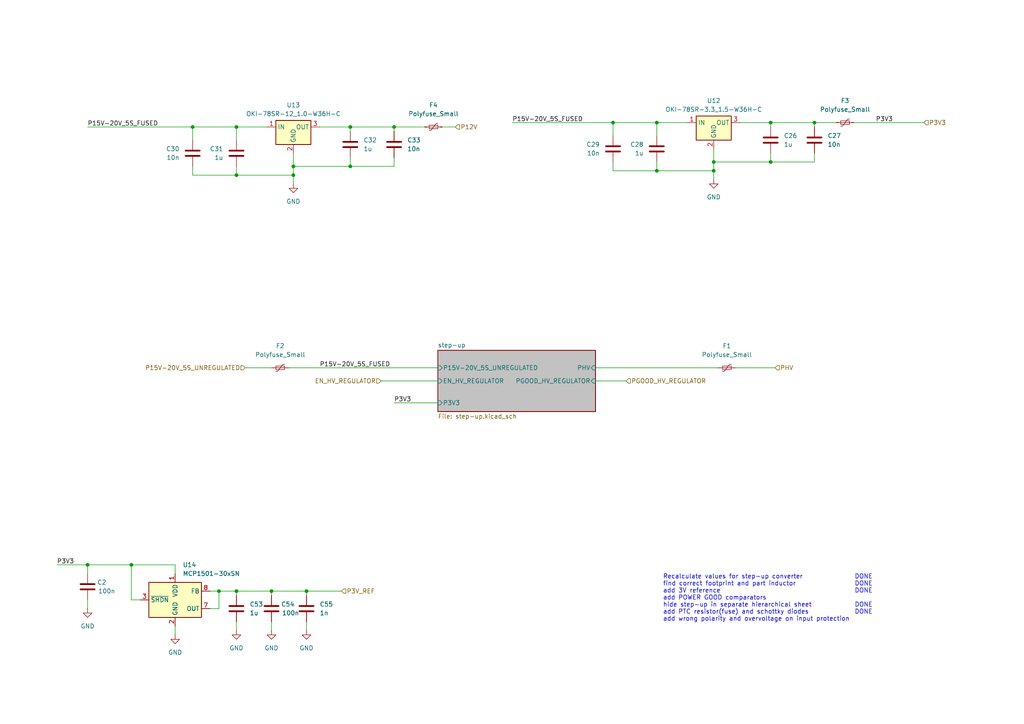
<source format=kicad_sch>
(kicad_sch (version 20231120) (generator "eeschema") (generator_version "8.0")
  (paper "A4")
  (lib_symbols
    (symbol "Converter_DCDC:OKI-78SR-12_1.0-W36H-C"
      (property "Reference" "U" (at -3.81 3.175 0))
      (property "Value" "OKI-78SR-12_1.0-W36H-C" (at 0 3.175 0))
      (symbol "OKI-78SR-12_1.0-W36H-C_0_1"
        (rectangle (start -5.08 1.905) (end 5.08 -5.08) (stroke (width 0.254)) (fill (type background)))
      )
      (symbol "OKI-78SR-12_1.0-W36H-C_1_1"
        (pin power_in line (at -7.62 0 0) (length 2.54) (name "IN") (number "1"))
        (pin power_in line (at 0 -7.62 90) (length 2.54) (name "GND") (number "2"))
        (pin power_out line (at 7.62 0 180) (length 2.54) (name "OUT") (number "3"))
      )
    )
    (symbol "Converter_DCDC:OKI-78SR-3.3_1.5-W36H-C"
      (property "Reference" "U" (at -3.81 3.175 0))
      (property "Value" "OKI-78SR-3.3_1.5-W36H-C" (at 0 3.175 0))
      (symbol "OKI-78SR-3.3_1.5-W36H-C_0_1"
        (rectangle (start -5.08 1.905) (end 5.08 -5.08) (stroke (width 0.254)) (fill (type background)))
      )
      (symbol "OKI-78SR-3.3_1.5-W36H-C_1_1"
        (pin power_in line (at -7.62 0 0) (length 2.54) (name "IN") (number "1"))
        (pin power_in line (at 0 -7.62 90) (length 2.54) (name "GND") (number "2"))
        (pin power_out line (at 7.62 0 180) (length 2.54) (name "OUT") (number "3"))
      )
    )
    (symbol "Device:C" (pin_numbers hide) (pin_names (offset 0.254))
      (property "Reference" "C" (at 0.635 2.54 0))
      (property "Value" "C" (at 0.635 -2.54 0))
      (symbol "C_0_1"
        (polyline (pts (xy -2.032 -0.762) (xy 2.032 -0.762)) (stroke (width 0.508)))
        (polyline (pts (xy -2.032 0.762) (xy 2.032 0.762)) (stroke (width 0.508)))
      )
      (symbol "C_1_1"
        (pin passive line (at 0 3.81 270) (length 2.794) (name "~") (number "1"))
        (pin passive line (at 0 -3.81 90) (length 2.794) (name "~") (number "2"))
      )
    )
    (symbol "Device:Polyfuse_Small" (pin_numbers hide) (pin_names (offset 0))
      (property "Reference" "F" (at -1.905 0 90))
      (property "Value" "Polyfuse_Small" (at 1.905 0 90))
      (symbol "Polyfuse_Small_0_1"
        (rectangle (start -0.508 1.27) (end 0.508 -1.27))
        (polyline (pts (xy 0 2.54) (xy 0 -2.54)))
        (polyline (pts (xy -1.016 1.27) (xy -1.016 0.762) (xy 1.016 -0.762) (xy 1.016 -1.27)))
      )
      (symbol "Polyfuse_Small_1_1"
        (pin passive line (at 0 2.54 270) (length 0.635) (name "~") (number "1"))
        (pin passive line (at 0 -2.54 90) (length 0.635) (name "~") (number "2"))
      )
    )
    (symbol "Reference_Voltage:MCP1501-30xSN"
      (property "Reference" "U" (at -5.08 6.35 0))
      (property "Value" "MCP1501-30xSN" (at 11.43 6.35 0))
      (symbol "MCP1501-30xSN_0_0"
        (pin power_in line (at 0 7.62 270) (length 2.54) (name "VDD") (number "1"))
        (pin power_in line (at 0 -7.62 90) (length 2.54) (name "GND") (number "2"))
        (pin input line (at -10.16 0 0) (length 2.54) (name "~{SHDN}") (number "3"))
        (pin passive line (at 0 -7.62 90) (length 2.54) hide (name "GND") (number "4"))
        (pin passive line (at 0 -7.62 90) (length 2.54) hide (name "GND") (number "5"))
        (pin passive line (at 0 -7.62 90) (length 2.54) hide (name "GND") (number "6"))
        (pin power_out line (at 10.16 -2.54 180) (length 2.54) (name "OUT") (number "7"))
        (pin input line (at 10.16 2.54 180) (length 2.54) (name "FB") (number "8"))
      )
      (symbol "MCP1501-30xSN_0_1"
        (rectangle (start -7.62 5.08) (end 7.62 -5.08) (stroke (width 0.254)) (fill (type background)))
      )
    )
    (symbol "power:GND" (power) (pin_numbers hide) (pin_names (offset 0) hide)
      (property "Value" "GND" (at 0 -3.81 0))
      (symbol "GND_0_1"
        (polyline (pts (xy 0 0) (xy 0 -1.27) (xy 1.27 -1.27) (xy 0 -2.54) (xy -1.27 -1.27) (xy 0 -1.27)))
      )
      (symbol "GND_1_1"
        (pin power_in line (at 0 0 270) (length 0) (name "~") (number "1"))
      )
    )
  )
  (junction (at 63.5 171.45))
  (junction (at 25.4 163.83))
  (junction (at 207.01 49.53))
  (junction (at 207.01 46.99))
  (junction (at 88.9 171.45))
  (junction (at 68.58 36.83))
  (junction (at 223.52 35.56))
  (junction (at 68.58 171.45))
  (junction (at 78.74 171.45))
  (junction (at 236.22 35.56))
  (junction (at 85.09 50.8))
  (junction (at 101.6 48.26))
  (junction (at 101.6 36.83))
  (junction (at 68.58 50.8))
  (junction (at 85.09 48.26))
  (junction (at 114.3 36.83))
  (junction (at 38.1 163.83))
  (junction (at 190.5 35.56))
  (junction (at 177.8 35.56))
  (junction (at 190.5 49.53))
  (junction (at 223.52 46.99))
  (junction (at 55.88 36.83))
  (wire (pts (xy 213.36 106.68) (xy 224.79 106.68)))
  (wire (pts (xy 85.09 53.34) (xy 85.09 50.8)))
  (wire (pts (xy 55.88 50.8) (xy 68.58 50.8)))
  (wire (pts (xy 101.6 36.83) (xy 101.6 38.1)))
  (wire (pts (xy 38.1 163.83) (xy 50.8 163.83)))
  (wire (pts (xy 101.6 36.83) (xy 114.3 36.83)))
  (wire (pts (xy 88.9 171.45) (xy 88.9 172.72)))
  (wire (pts (xy 236.22 35.56) (xy 236.22 36.83)))
  (wire (pts (xy 177.8 46.99) (xy 177.8 49.53)))
  (wire (pts (xy 16.51 163.83) (xy 25.4 163.83)))
  (wire (pts (xy 85.09 48.26) (xy 85.09 50.8)))
  (wire (pts (xy 60.96 176.53) (xy 63.5 176.53)))
  (wire (pts (xy 88.9 171.45) (xy 99.06 171.45)))
  (wire (pts (xy 85.09 48.26) (xy 101.6 48.26)))
  (wire (pts (xy 38.1 173.99) (xy 38.1 163.83)))
  (wire (pts (xy 68.58 36.83) (xy 68.58 40.64)))
  (wire (pts (xy 88.9 180.34) (xy 88.9 182.88)))
  (wire (pts (xy 83.82 106.68) (xy 127 106.68)))
  (wire (pts (xy 25.4 163.83) (xy 38.1 163.83)))
  (wire (pts (xy 236.22 35.56) (xy 242.57 35.56)))
  (wire (pts (xy 78.74 171.45) (xy 88.9 171.45)))
  (wire (pts (xy 68.58 180.34) (xy 68.58 182.88)))
  (wire (pts (xy 110.49 110.49) (xy 127 110.49)))
  (wire (pts (xy 236.22 46.99) (xy 223.52 46.99)))
  (wire (pts (xy 78.74 180.34) (xy 78.74 182.88)))
  (wire (pts (xy 40.64 173.99) (xy 38.1 173.99)))
  (wire (pts (xy 68.58 171.45) (xy 68.58 172.72)))
  (wire (pts (xy 177.8 35.56) (xy 190.5 35.56)))
  (wire (pts (xy 207.01 52.07) (xy 207.01 49.53)))
  (wire (pts (xy 50.8 163.83) (xy 50.8 166.37)))
  (wire (pts (xy 190.5 46.99) (xy 190.5 49.53)))
  (wire (pts (xy 207.01 46.99) (xy 223.52 46.99)))
  (wire (pts (xy 247.65 35.56) (xy 267.97 35.56)))
  (wire (pts (xy 92.71 36.83) (xy 101.6 36.83)))
  (wire (pts (xy 68.58 48.26) (xy 68.58 50.8)))
  (wire (pts (xy 177.8 49.53) (xy 190.5 49.53)))
  (wire (pts (xy 114.3 48.26) (xy 101.6 48.26)))
  (wire (pts (xy 101.6 45.72) (xy 101.6 48.26)))
  (wire (pts (xy 85.09 44.45) (xy 85.09 48.26)))
  (wire (pts (xy 55.88 48.26) (xy 55.88 50.8)))
  (wire (pts (xy 207.01 43.18) (xy 207.01 46.99)))
  (wire (pts (xy 25.4 173.99) (xy 25.4 176.53)))
  (wire (pts (xy 114.3 116.84) (xy 127 116.84)))
  (wire (pts (xy 71.12 106.68) (xy 78.74 106.68)))
  (wire (pts (xy 114.3 45.72) (xy 114.3 48.26)))
  (wire (pts (xy 190.5 35.56) (xy 199.39 35.56)))
  (wire (pts (xy 128.27 36.83) (xy 132.08 36.83)))
  (wire (pts (xy 68.58 36.83) (xy 77.47 36.83)))
  (wire (pts (xy 207.01 49.53) (xy 190.5 49.53)))
  (wire (pts (xy 114.3 36.83) (xy 114.3 38.1)))
  (wire (pts (xy 223.52 44.45) (xy 223.52 46.99)))
  (wire (pts (xy 78.74 171.45) (xy 78.74 172.72)))
  (wire (pts (xy 172.72 110.49) (xy 181.61 110.49)))
  (wire (pts (xy 214.63 35.56) (xy 223.52 35.56)))
  (wire (pts (xy 63.5 171.45) (xy 68.58 171.45)))
  (wire (pts (xy 63.5 176.53) (xy 63.5 171.45)))
  (wire (pts (xy 207.01 46.99) (xy 207.01 49.53)))
  (wire (pts (xy 25.4 36.83) (xy 55.88 36.83)))
  (wire (pts (xy 177.8 35.56) (xy 177.8 39.37)))
  (wire (pts (xy 223.52 35.56) (xy 236.22 35.56)))
  (wire (pts (xy 85.09 50.8) (xy 68.58 50.8)))
  (wire (pts (xy 223.52 35.56) (xy 223.52 36.83)))
  (wire (pts (xy 55.88 36.83) (xy 68.58 36.83)))
  (wire (pts (xy 114.3 36.83) (xy 123.19 36.83)))
  (wire (pts (xy 50.8 181.61) (xy 50.8 184.15)))
  (wire (pts (xy 25.4 163.83) (xy 25.4 166.37)))
  (wire (pts (xy 148.59 35.56) (xy 177.8 35.56)))
  (wire (pts (xy 68.58 171.45) (xy 78.74 171.45)))
  (wire (pts (xy 190.5 35.56) (xy 190.5 39.37)))
  (wire (pts (xy 236.22 44.45) (xy 236.22 46.99)))
  (wire (pts (xy 55.88 36.83) (xy 55.88 40.64)))
  (wire (pts (xy 172.72 106.68) (xy 208.28 106.68)))
  (wire (pts (xy 63.5 171.45) (xy 60.96 171.45)))
  (text "Recalculate values for step-up converter 	DONE\nfind correct footprint and part inductor	DONE\nadd 3V reference							DONE\nadd POWER GOOD comparators 	\nhide step-up in separate hierarchical sheet	DONE\nadd PTC resistor(fuse) and schottky diodes	DONE\nadd wrong polarity and overvoltage on input protection\n\n" (at 192.278 174.498 0) (effects (font (size 1.27 1.27)) (justify left)))
  (label "P15V-20V_5S_FUSED" (at 92.71 106.68 0))
  (label "P15V-20V_5S_FUSED" (at 148.59 35.56 0))
  (label "P3V3" (at 16.51 163.83 0))
  (label "P3V3" (at 114.3 116.84 0))
  (label "P3V3" (at 254 35.56 0))
  (label "P15V-20V_5S_FUSED" (at 25.4 36.83 0))
  (hierarchical_label "P3V_REF" (shape input) (at 99.06 171.45 0))
  (hierarchical_label "PHV" (shape input) (at 224.79 106.68 0))
  (hierarchical_label "P15V-20V_5S_UNREGULATED" (shape input) (at 71.12 106.68 180))
  (hierarchical_label "P12V" (shape input) (at 132.08 36.83 0))
  (hierarchical_label "PGOOD_HV_REGULATOR" (shape input) (at 181.61 110.49 0))
  (hierarchical_label "EN_HV_REGULATOR" (shape input) (at 110.49 110.49 180))
  (hierarchical_label "P3V3" (shape input) (at 267.97 35.56 0))
  (symbol (lib_id "Device:C") (at 78.74 176.53 0) (unit 1)
    (property "Reference" "C54" (at 81.534 175.26 0) (effects (justify left)))
    (property "Value" "100n" (at 81.788 177.8 0) (effects (justify left)))
    (property "Footprint" "Capacitor_SMD:C_0603_1608Metric_Pad1.08x0.95mm_HandSolder" (effects (hide yes)))
    (property "Description" "Unpolarized capacitor" (effects (hide yes)))
  )
  (symbol (lib_id "power:GND") (at 88.9 182.88 0) (unit 1)
    (property "Reference" "#PWR070" (effects (hide yes)))
    (property "Value" "GND" (at 88.9 187.96 0))
    (property "Description" "Power symbol creates a global label with name \"GND\" , ground" (effects (hide yes)))
  )
  (symbol (lib_id "Device:C") (at 236.22 40.64 0) (unit 1)
    (property "Reference" "C27" (at 240.03 39.3699 0) (effects (justify left)))
    (property "Value" "10n" (at 240.03 41.9099 0) (effects (justify left)))
    (property "Footprint" "Capacitor_SMD:C_0603_1608Metric_Pad1.08x0.95mm_HandSolder" (effects (hide yes)))
    (property "Description" "Unpolarized capacitor" (effects (hide yes)))
  )
  (symbol (lib_id "Converter_DCDC:OKI-78SR-12_1.0-W36H-C") (at 85.09 36.83 0) (unit 1)
    (property "Reference" "U13" (at 85.09 30.48 0))
    (property "Value" "OKI-78SR-12_1.0-W36H-C" (at 85.09 33.02 0))
    (property "Footprint" "Converter_DCDC:Converter_DCDC_Murata_OKI-78SR_Horizontal" (effects (hide yes)))
    (property "Datasheet" "https://power.murata.com/data/power/oki-78sr.pdf" (effects (hide yes)))
    (property "Description" "1.0A Step-Down DC/DC-Regulator, 15-36V input, 12V fixed Output Voltage, LM78xx replacement, -40°C to +85°C, OKI-78SR_Horizontal" (effects (hide yes)))
  )
  (symbol (lib_id "Device:C") (at 114.3 41.91 0) (unit 1)
    (property "Reference" "C33" (at 118.11 40.6399 0) (effects (justify left)))
    (property "Value" "10n" (at 118.11 43.1799 0) (effects (justify left)))
    (property "Footprint" "Capacitor_SMD:C_0603_1608Metric_Pad1.08x0.95mm_HandSolder" (effects (hide yes)))
    (property "Description" "Unpolarized capacitor" (effects (hide yes)))
  )
  (symbol (lib_id "Device:C") (at 68.58 176.53 180) (unit 1)
    (property "Reference" "C53" (at 72.39 175.2599 0) (effects (justify right)))
    (property "Value" "1u" (at 72.39 177.7999 0) (effects (justify right)))
    (property "Footprint" "Capacitor_SMD:C_0805_2012Metric_Pad1.18x1.45mm_HandSolder" (effects (hide yes)))
    (property "Description" "Unpolarized capacitor" (effects (hide yes)))
  )
  (symbol (lib_id "Device:Polyfuse_Small") (at 245.11 35.56 90) (unit 1)
    (property "Reference" "F3" (at 245.11 29.21 90))
    (property "Value" "Polyfuse_Small" (at 245.11 31.75 90))
    (property "Description" "Resettable fuse, polymeric positive temperature coefficient, small symbol" (effects (hide yes)))
  )
  (symbol (lib_id "Device:C") (at 190.5 43.18 0) (mirror x) (unit 1)
    (property "Reference" "C28" (at 186.69 41.9099 0) (effects (justify right)))
    (property "Value" "1u" (at 186.69 44.4499 0) (effects (justify right)))
    (property "Footprint" "Capacitor_SMD:C_0805_2012Metric_Pad1.18x1.45mm_HandSolder" (effects (hide yes)))
    (property "Description" "Unpolarized capacitor" (effects (hide yes)))
  )
  (symbol (lib_id "power:GND") (at 78.74 182.88 0) (unit 1)
    (property "Reference" "#PWR069" (effects (hide yes)))
    (property "Value" "GND" (at 78.74 187.96 0))
    (property "Description" "Power symbol creates a global label with name \"GND\" , ground" (effects (hide yes)))
  )
  (symbol (lib_id "Device:C") (at 177.8 43.18 0) (mirror y) (unit 1)
    (property "Reference" "C29" (at 173.99 41.9099 0) (effects (justify left)))
    (property "Value" "10n" (at 173.99 44.4499 0) (effects (justify left)))
    (property "Footprint" "Capacitor_SMD:C_0603_1608Metric_Pad1.08x0.95mm_HandSolder" (effects (hide yes)))
    (property "Description" "Unpolarized capacitor" (effects (hide yes)))
  )
  (symbol (lib_id "Device:C") (at 101.6 41.91 180) (unit 1)
    (property "Reference" "C32" (at 105.41 40.6399 0) (effects (justify right)))
    (property "Value" "1u" (at 105.41 43.1799 0) (effects (justify right)))
    (property "Footprint" "Capacitor_SMD:C_0805_2012Metric_Pad1.18x1.45mm_HandSolder" (effects (hide yes)))
    (property "Description" "Unpolarized capacitor" (effects (hide yes)))
  )
  (symbol (lib_id "Device:C") (at 55.88 44.45 0) (mirror y) (unit 1)
    (property "Reference" "C30" (at 52.07 43.1799 0) (effects (justify left)))
    (property "Value" "10n" (at 52.07 45.7199 0) (effects (justify left)))
    (property "Footprint" "Capacitor_SMD:C_0603_1608Metric_Pad1.08x0.95mm_HandSolder" (effects (hide yes)))
    (property "Description" "Unpolarized capacitor" (effects (hide yes)))
  )
  (symbol (lib_id "power:GND") (at 85.09 53.34 0) (unit 1)
    (property "Reference" "#PWR020" (effects (hide yes)))
    (property "Value" "GND" (at 85.09 58.42 0))
    (property "Description" "Power symbol creates a global label with name \"GND\" , ground" (effects (hide yes)))
  )
  (symbol (lib_id "Device:Polyfuse_Small") (at 125.73 36.83 90) (unit 1)
    (property "Reference" "F4" (at 125.73 30.48 90))
    (property "Value" "Polyfuse_Small" (at 125.73 33.02 90))
    (property "Description" "Resettable fuse, polymeric positive temperature coefficient, small symbol" (effects (hide yes)))
  )
  (symbol (lib_id "Device:C") (at 68.58 44.45 0) (mirror x) (unit 1)
    (property "Reference" "C31" (at 64.77 43.1799 0) (effects (justify right)))
    (property "Value" "1u" (at 64.77 45.7199 0) (effects (justify right)))
    (property "Footprint" "Capacitor_SMD:C_0805_2012Metric_Pad1.18x1.45mm_HandSolder" (effects (hide yes)))
    (property "Description" "Unpolarized capacitor" (effects (hide yes)))
  )
  (symbol (lib_id "Converter_DCDC:OKI-78SR-3.3_1.5-W36H-C") (at 207.01 35.56 0) (unit 1)
    (property "Reference" "U12" (at 207.01 29.21 0))
    (property "Value" "OKI-78SR-3.3_1.5-W36H-C" (at 207.01 31.75 0))
    (property "Footprint" "Converter_DCDC:Converter_DCDC_Murata_OKI-78SR_Horizontal" (effects (hide yes)))
    (property "Datasheet" "https://power.murata.com/data/power/oki-78sr.pdf" (effects (hide yes)))
    (property "Description" "1.5A Step-Down DC/DC-Regulator, 7-36V input, 3.3V fixed Output Voltage, LM78xx replacement, -40°C to +85°C, OKI-78SR_Horizontal" (effects (hide yes)))
  )
  (symbol (lib_id "Reference_Voltage:MCP1501-30xSN") (at 50.8 173.99 0) (unit 1)
    (property "Reference" "U14" (at 52.9941 163.83 0) (effects (justify left)))
    (property "Value" "MCP1501-30xSN" (at 52.9941 166.37 0) (effects (justify left)))
    (property "Footprint" "Package_SO:SOIC-8_3.9x4.9mm_P1.27mm" (effects (hide yes)))
    (property "Datasheet" "http://ww1.microchip.com/downloads/en/DeviceDoc/20005474E.pdf" (effects (hide yes)))
    (property "Description" "3V, 0.1%, 20mA, Precision Voltage Reference, SOIC-8" (effects (hide yes)))
  )
  (symbol (lib_id "power:GND") (at 25.4 176.53 0) (unit 1)
    (property "Reference" "#PWR03" (effects (hide yes)))
    (property "Value" "GND" (at 25.4 181.61 0))
    (property "Description" "Power symbol creates a global label with name \"GND\" , ground" (effects (hide yes)))
  )
  (symbol (lib_id "Device:C") (at 88.9 176.53 0) (unit 1)
    (property "Reference" "C55" (at 92.71 175.2599 0) (effects (justify left)))
    (property "Value" "1n" (at 92.71 177.7999 0) (effects (justify left)))
    (property "Footprint" "Capacitor_SMD:C_0603_1608Metric_Pad1.08x0.95mm_HandSolder" (effects (hide yes)))
    (property "Description" "Unpolarized capacitor" (effects (hide yes)))
  )
  (symbol (lib_id "Device:C") (at 25.4 170.18 0) (unit 1)
    (property "Reference" "C2" (at 28.194 168.91 0) (effects (justify left)))
    (property "Value" "100n" (at 28.448 171.45 0) (effects (justify left)))
    (property "Footprint" "Capacitor_SMD:C_0603_1608Metric_Pad1.08x0.95mm_HandSolder" (effects (hide yes)))
    (property "Description" "Unpolarized capacitor" (effects (hide yes)))
  )
  (symbol (lib_id "Device:C") (at 223.52 40.64 180) (unit 1)
    (property "Reference" "C26" (at 227.33 39.3699 0) (effects (justify right)))
    (property "Value" "1u" (at 227.33 41.9099 0) (effects (justify right)))
    (property "Footprint" "Capacitor_SMD:C_0805_2012Metric_Pad1.18x1.45mm_HandSolder" (effects (hide yes)))
    (property "Description" "Unpolarized capacitor" (effects (hide yes)))
  )
  (symbol (lib_id "power:GND") (at 50.8 184.15 0) (unit 1)
    (property "Reference" "#PWR067" (effects (hide yes)))
    (property "Value" "GND" (at 50.8 189.23 0))
    (property "Description" "Power symbol creates a global label with name \"GND\" , ground" (effects (hide yes)))
  )
  (symbol (lib_id "Device:Polyfuse_Small") (at 210.82 106.68 90) (unit 1)
    (property "Reference" "F1" (at 210.82 100.33 90))
    (property "Value" "Polyfuse_Small" (at 210.82 102.87 90))
    (property "Description" "Resettable fuse, polymeric positive temperature coefficient, small symbol" (effects (hide yes)))
  )
  (symbol (lib_id "Device:Polyfuse_Small") (at 81.28 106.68 90) (unit 1)
    (property "Reference" "F2" (at 81.28 100.33 90))
    (property "Value" "Polyfuse_Small" (at 81.28 102.87 90))
    (property "Description" "Resettable fuse, polymeric positive temperature coefficient, small symbol" (effects (hide yes)))
  )
  (symbol (lib_id "power:GND") (at 68.58 182.88 0) (unit 1)
    (property "Reference" "#PWR068" (effects (hide yes)))
    (property "Value" "GND" (at 68.58 187.96 0))
    (property "Description" "Power symbol creates a global label with name \"GND\" , ground" (effects (hide yes)))
  )
  (symbol (lib_id "power:GND") (at 207.01 52.07 0) (unit 1)
    (property "Reference" "#PWR01" (effects (hide yes)))
    (property "Value" "GND" (at 207.01 57.15 0))
    (property "Description" "Power symbol creates a global label with name \"GND\" , ground" (effects (hide yes)))
  )
  (sheet (at 127 101.6) (size 45.72 17.78) (stroke (width 0.254) (color 132 0 0 1)) (fill (color 194 194 194 1.0000))
    (property "Sheetname" "step-up" (at 127 100.8376 0) (effects (justify left bottom)))
    (property "Sheetfile" "step-up.kicad_sch" (at 127 120.0154 0) (effects (justify left top)))
    (pin "PGOOD_HV_REGULATOR" input (at 172.72 110.49 0))
    (pin "P15V-20V_5S_UNREGULATED" input (at 127 106.68 180))
    (pin "EN_HV_REGULATOR" input (at 127 110.49 180))
    (pin "PHV" input (at 172.72 106.68 0))
    (pin "P3V3" input (at 127 116.84 180))
  )
)
</source>
